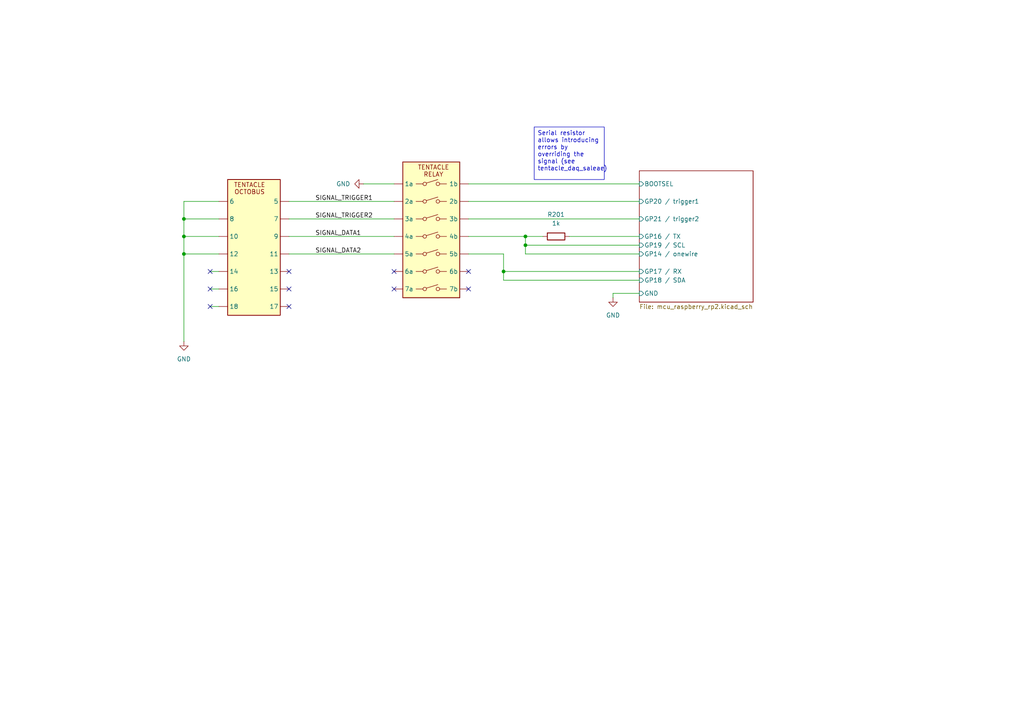
<source format=kicad_sch>
(kicad_sch (version 20231120) (generator "eeschema") (generator_version "8.0")
  (paper "A4")
  (title_block (title "tentacle_MCU_raspberry_pico") (date "2024-07-16") (company "Hans Märki, Märki Informatik") (comment 1 "The MIT License (MIT)"))
  (lib_symbols
    (symbol "00_project_library:tentacle_octobus" (pin_numbers hide)
      (property "Reference" "T" (at -27.432 29.718 0))
      (property "Value" "tentacle_octobus" (at 1.27 3.81 0))
      (symbol "tentacle_octobus_1_1"
        (rectangle (start 0 0) (end 15.24 -39.37) (stroke (width 0.254)) (fill (type background)))
        (text "TENTACLE\nOCTOBUS" (at 6.35 -2.54 0) (effects (font (size 1.27 1.27))))
        (pin passive line (at -2.54 -16.51 0) (length 2.54) (name "10") (number "10"))
        (pin passive line (at 17.78 -21.59 180) (length 2.54) (name "11") (number "11"))
        (pin passive line (at -2.54 -21.59 0) (length 2.54) (name "12") (number "12"))
        (pin passive line (at 17.78 -26.67 180) (length 2.54) (name "13") (number "13"))
        (pin passive line (at -2.54 -26.67 0) (length 2.54) (name "14") (number "14"))
        (pin passive line (at 17.78 -31.75 180) (length 2.54) (name "15") (number "15"))
        (pin passive line (at -2.54 -31.75 0) (length 2.54) (name "16") (number "16"))
        (pin passive line (at 17.78 -36.83 180) (length 2.54) (name "17") (number "17"))
        (pin passive line (at -2.54 -36.83 0) (length 2.54) (name "18") (number "18"))
        (pin passive line (at 17.78 -6.35 180) (length 2.54) (name "5") (number "5"))
        (pin passive line (at -2.54 -6.35 0) (length 2.54) (name "6") (number "6"))
        (pin passive line (at 17.78 -11.43 180) (length 2.54) (name "7") (number "7"))
        (pin passive line (at -2.54 -11.43 0) (length 2.54) (name "8") (number "8"))
        (pin passive line (at 17.78 -16.51 180) (length 2.54) (name "9") (number "9"))
      )
    )
    (symbol "Device:R" (pin_numbers hide) (pin_names (offset 0))
      (property "Reference" "R" (at 2.032 0 90))
      (property "Value" "R" (at 0 0 90))
      (symbol "R_0_1"
        (rectangle (start -1.016 -2.54) (end 1.016 2.54) (stroke (width 0.254)))
      )
      (symbol "R_1_1"
        (pin passive line (at 0 3.81 270) (length 1.27) (name "~") (number "1"))
        (pin passive line (at 0 -3.81 90) (length 1.27) (name "~") (number "2"))
      )
    )
    (symbol "power:GND" (power) (pin_numbers hide) (pin_names (offset 0) hide)
      (property "Value" "GND" (at 0 -3.81 0))
      (symbol "GND_0_1"
        (polyline (pts (xy 0 0) (xy 0 -1.27) (xy 1.27 -1.27) (xy 0 -2.54) (xy -1.27 -1.27) (xy 0 -1.27)))
      )
      (symbol "GND_1_1"
        (pin power_in line (at 0 0 270) (length 0) (name "~") (number "1"))
      )
    )
    (symbol "tentacle_relay_1" (pin_numbers hide)
      (property "Reference" "T" (at -27.432 29.718 0))
      (property "Value" "tentacle_relay" (at 3.81 2.54 0))
      (symbol "tentacle_relay_1_0_1"
        (polyline (pts (xy 5.842 -36.83) (xy 3.81 -36.83)))
        (polyline (pts (xy 5.842 -31.75) (xy 3.81 -31.75)))
        (polyline (pts (xy 5.842 -26.67) (xy 3.81 -26.67)))
        (polyline (pts (xy 5.842 -21.59) (xy 3.81 -21.59)))
        (polyline (pts (xy 5.842 -16.51) (xy 3.81 -16.51)))
        (polyline (pts (xy 5.842 -11.43) (xy 3.81 -11.43)))
        (polyline (pts (xy 5.842 -6.35) (xy 3.81 -6.35)))
        (polyline (pts (xy 6.858 -36.576) (xy 10.16 -35.56)))
        (polyline (pts (xy 6.858 -31.496) (xy 10.16 -30.48)))
        (polyline (pts (xy 6.858 -26.416) (xy 10.16 -25.4)))
        (polyline (pts (xy 6.858 -21.336) (xy 10.16 -20.32)))
        (polyline (pts (xy 6.858 -16.256) (xy 10.16 -15.24)))
        (polyline (pts (xy 6.858 -11.176) (xy 10.16 -10.16)))
        (polyline (pts (xy 6.858 -6.096) (xy 10.16 -5.08)))
        (polyline (pts (xy 12.7 -36.83) (xy 10.668 -36.83)))
        (polyline (pts (xy 12.7 -31.75) (xy 10.668 -31.75)))
        (polyline (pts (xy 12.7 -26.67) (xy 10.668 -26.67)))
        (polyline (pts (xy 12.7 -21.59) (xy 10.668 -21.59)))
        (polyline (pts (xy 12.7 -16.51) (xy 10.668 -16.51)))
        (polyline (pts (xy 12.7 -11.43) (xy 10.668 -11.43)))
        (polyline (pts (xy 12.7 -6.35) (xy 10.668 -6.35)))
        (circle (center 6.35 -36.83) (radius 0.508))
        (circle (center 6.35 -31.75) (radius 0.508))
        (circle (center 6.35 -26.67) (radius 0.508))
        (circle (center 6.35 -21.59) (radius 0.508))
        (circle (center 6.35 -16.51) (radius 0.508))
        (circle (center 6.35 -11.43) (radius 0.508))
        (circle (center 6.35 -6.35) (radius 0.508))
        (circle (center 10.16 -36.83) (radius 0.508))
        (circle (center 10.16 -31.75) (radius 0.508))
        (circle (center 10.16 -26.67) (radius 0.508))
        (circle (center 10.16 -21.59) (radius 0.508))
        (circle (center 10.16 -16.51) (radius 0.508))
        (circle (center 10.16 -11.43) (radius 0.508))
        (circle (center 10.16 -6.35) (radius 0.508))
      )
      (symbol "tentacle_relay_1_1_1"
        (rectangle (start 0 0) (end 16.51 -39.37) (stroke (width 0.254)) (fill (type background)))
        (text "TENTACLE\nRELAY" (at 8.89 -2.54 0) (effects (font (size 1.27 1.27))))
        (pin passive line (at -2.54 -6.35 0) (length 2.54) (name "1a") (number ""))
        (pin passive line (at 19.05 -6.35 180) (length 2.54) (name "1b") (number ""))
        (pin passive line (at -2.54 -11.43 0) (length 2.54) (name "2a") (number ""))
        (pin passive line (at 19.05 -11.43 180) (length 2.54) (name "2b") (number ""))
        (pin passive line (at -2.54 -16.51 0) (length 2.54) (name "3a") (number ""))
        (pin passive line (at 19.05 -16.51 180) (length 2.54) (name "3b") (number ""))
        (pin passive line (at -2.54 -21.59 0) (length 2.54) (name "4a") (number ""))
        (pin passive line (at 19.05 -21.59 180) (length 2.54) (name "4b") (number ""))
        (pin passive line (at -2.54 -26.67 0) (length 2.54) (name "5a") (number ""))
        (pin passive line (at 19.05 -26.67 180) (length 2.54) (name "5b") (number ""))
        (pin passive line (at -2.54 -31.75 0) (length 2.54) (name "6a") (number ""))
        (pin passive line (at 19.05 -31.75 180) (length 2.54) (name "6b") (number ""))
        (pin passive line (at -2.54 -36.83 0) (length 2.54) (name "7a") (number ""))
        (pin passive line (at 19.05 -36.83 180) (length 2.54) (name "7b") (number ""))
      )
    )
  )
  (junction (at 53.34 73.66))
  (junction (at 53.34 63.5))
  (junction (at 53.34 68.58))
  (junction (at 152.4 71.12))
  (junction (at 146.05 78.74))
  (junction (at 152.4 68.58))
  (no_connect (at 135.89 78.74))
  (no_connect (at 114.3 83.82))
  (no_connect (at 83.82 88.9))
  (no_connect (at 114.3 78.74))
  (no_connect (at 60.96 88.9))
  (no_connect (at 60.96 78.74))
  (no_connect (at 135.89 83.82))
  (no_connect (at 60.96 83.82))
  (no_connect (at 83.82 78.74))
  (no_connect (at 83.82 83.82))
  (wire (pts (xy 83.82 73.66) (xy 114.3 73.66)))
  (wire (pts (xy 146.05 81.28) (xy 185.42 81.28)))
  (wire (pts (xy 53.34 68.58) (xy 63.5 68.58)))
  (wire (pts (xy 146.05 78.74) (xy 185.42 78.74)))
  (wire (pts (xy 53.34 73.66) (xy 63.5 73.66)))
  (wire (pts (xy 53.34 68.58) (xy 53.34 63.5)))
  (wire (pts (xy 83.82 63.5) (xy 114.3 63.5)))
  (wire (pts (xy 53.34 73.66) (xy 53.34 99.06)))
  (wire (pts (xy 105.41 53.34) (xy 114.3 53.34)))
  (wire (pts (xy 135.89 58.42) (xy 185.42 58.42)))
  (wire (pts (xy 135.89 68.58) (xy 152.4 68.58)))
  (wire (pts (xy 177.8 85.09) (xy 177.8 86.36)))
  (wire (pts (xy 152.4 68.58) (xy 157.48 68.58)))
  (wire (pts (xy 53.34 58.42) (xy 63.5 58.42)))
  (wire (pts (xy 83.82 68.58) (xy 114.3 68.58)))
  (wire (pts (xy 146.05 73.66) (xy 146.05 78.74)))
  (wire (pts (xy 146.05 78.74) (xy 146.05 81.28)))
  (wire (pts (xy 53.34 63.5) (xy 53.34 58.42)))
  (wire (pts (xy 60.96 83.82) (xy 63.5 83.82)))
  (wire (pts (xy 135.89 63.5) (xy 185.42 63.5)))
  (wire (pts (xy 135.89 73.66) (xy 146.05 73.66)))
  (wire (pts (xy 185.42 73.66) (xy 152.4 73.66)))
  (wire (pts (xy 135.89 53.34) (xy 185.42 53.34)))
  (wire (pts (xy 165.1 68.58) (xy 185.42 68.58)))
  (wire (pts (xy 53.34 73.66) (xy 53.34 68.58)))
  (wire (pts (xy 152.4 73.66) (xy 152.4 71.12)))
  (wire (pts (xy 152.4 71.12) (xy 185.42 71.12)))
  (wire (pts (xy 60.96 78.74) (xy 63.5 78.74)))
  (wire (pts (xy 53.34 63.5) (xy 63.5 63.5)))
  (wire (pts (xy 152.4 71.12) (xy 152.4 68.58)))
  (wire (pts (xy 185.42 85.09) (xy 177.8 85.09)))
  (wire (pts (xy 60.96 88.9) (xy 63.5 88.9)))
  (wire (pts (xy 83.82 58.42) (xy 114.3 58.42)))
  (text_box "Serial resistor allows introducing errors by overriding the signal (see tentacle_daq_saleae)" (at 154.94 36.83 0) (size 20.32 15.24) (effects (font (size 1.27 1.27)) (justify left top)))
  (text "${SHEETNAME}" (at 76.708 31.75 0) (effects (font (size 2.54 2.54) (thickness 0.508) (bold yes))))
  (label "SIGNAL_TRIGGER1" (at 91.44 58.42 0))
  (label "SIGNAL_DATA2" (at 91.44 73.66 0))
  (label "SIGNAL_TRIGGER2" (at 91.44 63.5 0))
  (label "SIGNAL_DATA1" (at 91.44 68.58 0))
  (symbol (lib_id "00_project_library:tentacle_octobus") (at 66.04 52.07 0) (unit 1)
    (property "Reference" "T201" (effects (hide yes)))
    (property "Value" "tentacle_octobus" (effects (hide yes)))
  )
  (symbol (lib_id "Device:R") (at 161.29 68.58 90) (unit 1)
    (property "Reference" "R201" (at 161.29 62.23 90))
    (property "Value" "1k" (at 161.29 64.77 90))
    (property "Description" "Resistor" (effects (hide yes)))
  )
  (symbol (lib_id "power:GND") (at 53.34 99.06 0) (unit 1)
    (property "Reference" "#PWR0201" (effects (hide yes)))
    (property "Value" "GND" (at 53.34 104.14 0))
    (property "Description" "Power symbol creates a global label with name \"GND\" , ground" (effects (hide yes)))
  )
  (symbol (lib_name "tentacle_relay_1") (lib_id "00_project_library:tentacle_relay") (at 116.84 46.99 0) (unit 1)
    (property "Reference" "T202" (effects (hide yes)))
    (property "Value" "tentacle_relay" (effects (hide yes)))
  )
  (symbol (lib_id "power:GND") (at 105.41 53.34 270) (unit 1)
    (property "Reference" "#PWR0204" (effects (hide yes)))
    (property "Value" "GND" (at 101.6 53.3399 90) (effects (justify right)))
    (property "Description" "Power symbol creates a global label with name \"GND\" , ground" (effects (hide yes)))
  )
  (symbol (lib_id "power:GND") (at 177.8 86.36 0) (unit 1)
    (property "Reference" "#PWR0203" (effects (hide yes)))
    (property "Value" "GND" (at 177.8 91.44 0))
    (property "Description" "Power symbol creates a global label with name \"GND\" , ground" (effects (hide yes)))
  )
  (sheet (at 185.42 49.53) (size 33.02 38.1) (stroke (width 0.1524))
    (property "Sheetname" "raspberry rp3" (effects (hide yes)))
    (property "Sheetfile" "mcu_raspberry_rp2.kicad_sch" (at 185.42 88.2146 0) (effects (justify left top)))
    (pin "GP16 {slash} TX" input (at 185.42 68.58 180))
    (pin "GP20 {slash} trigger1" input (at 185.42 58.42 180))
    (pin "BOOTSEL" input (at 185.42 53.34 180))
    (pin "GP21 {slash} trigger2" input (at 185.42 63.5 180))
    (pin "GP17 {slash} RX" input (at 185.42 78.74 180))
    (pin "GP18 {slash} SDA" input (at 185.42 81.28 180))
    (pin "GP19 {slash} SCL" input (at 185.42 71.12 180))
    (pin "GP14 {slash} onewire" input (at 185.42 73.66 180))
    (pin "GND" input (at 185.42 85.09 180))
  )
)
</source>
